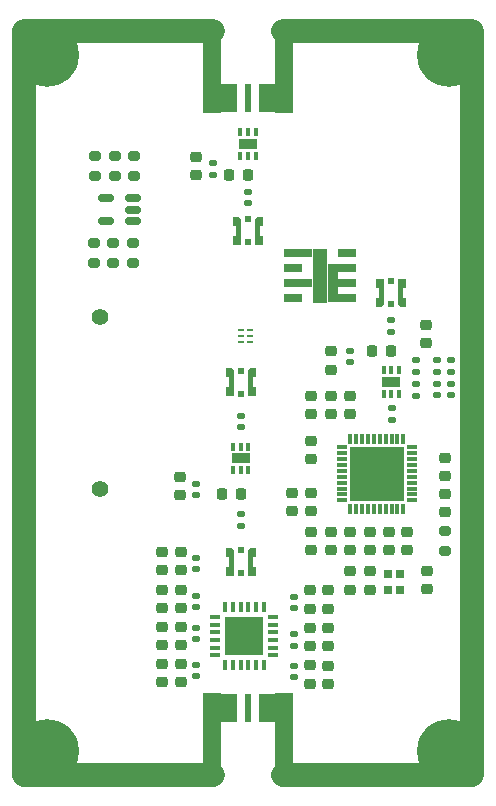
<source format=gts>
%TF.GenerationSoftware,KiCad,Pcbnew,(6.0.1)*%
%TF.CreationDate,2022-04-26T10:15:21+02:00*%
%TF.ProjectId,XCOMMS_RF,58434f4d-4d53-45f5-9246-2e6b69636164,rev?*%
%TF.SameCoordinates,PX7ed6b40PY82a7440*%
%TF.FileFunction,Soldermask,Top*%
%TF.FilePolarity,Negative*%
%FSLAX46Y46*%
G04 Gerber Fmt 4.6, Leading zero omitted, Abs format (unit mm)*
G04 Created by KiCad (PCBNEW (6.0.1)) date 2022-04-26 10:15:21*
%MOMM*%
%LPD*%
G01*
G04 APERTURE LIST*
G04 Aperture macros list*
%AMRoundRect*
0 Rectangle with rounded corners*
0 $1 Rounding radius*
0 $2 $3 $4 $5 $6 $7 $8 $9 X,Y pos of 4 corners*
0 Add a 4 corners polygon primitive as box body*
4,1,4,$2,$3,$4,$5,$6,$7,$8,$9,$2,$3,0*
0 Add four circle primitives for the rounded corners*
1,1,$1+$1,$2,$3*
1,1,$1+$1,$4,$5*
1,1,$1+$1,$6,$7*
1,1,$1+$1,$8,$9*
0 Add four rect primitives between the rounded corners*
20,1,$1+$1,$2,$3,$4,$5,0*
20,1,$1+$1,$4,$5,$6,$7,0*
20,1,$1+$1,$6,$7,$8,$9,0*
20,1,$1+$1,$8,$9,$2,$3,0*%
%AMFreePoly0*
4,1,10,-0.450000,0.185000,0.450000,0.185000,0.450000,0.435000,1.200000,0.435000,1.200000,-0.235000,-1.000000,-0.235000,-1.200000,-0.035000,-1.200000,0.435000,-0.450000,0.435000,-0.450000,0.185000,-0.450000,0.185000,$1*%
%AMFreePoly1*
4,1,10,-0.450000,0.185000,0.450000,0.185000,0.450000,0.435000,1.200000,0.435000,1.200000,-0.035000,1.000000,-0.235000,-1.200000,-0.235000,-1.200000,0.435000,-0.450000,0.435000,-0.450000,0.185000,-0.450000,0.185000,$1*%
G04 Aperture macros list end*
%ADD10C,2.000000*%
%ADD11RoundRect,0.218750X0.218750X0.256250X-0.218750X0.256250X-0.218750X-0.256250X0.218750X-0.256250X0*%
%ADD12RoundRect,0.225000X-0.250000X0.225000X-0.250000X-0.225000X0.250000X-0.225000X0.250000X0.225000X0*%
%ADD13RoundRect,0.225000X0.250000X-0.225000X0.250000X0.225000X-0.250000X0.225000X-0.250000X-0.225000X0*%
%ADD14RoundRect,0.135000X0.185000X-0.135000X0.185000X0.135000X-0.185000X0.135000X-0.185000X-0.135000X0*%
%ADD15R,0.300000X0.700000*%
%ADD16R,1.500000X0.900000*%
%ADD17RoundRect,0.140000X-0.170000X0.140000X-0.170000X-0.140000X0.170000X-0.140000X0.170000X0.140000X0*%
%ADD18R,0.350000X0.850000*%
%ADD19R,0.850000X0.350000*%
%ADD20R,3.250000X3.250000*%
%ADD21R,0.505000X2.470000*%
%ADD22R,1.577500X7.610000*%
%ADD23R,1.562500X7.620000*%
%ADD24R,1.370000X2.470000*%
%ADD25R,1.355000X2.465000*%
%ADD26R,0.550000X0.250000*%
%ADD27RoundRect,0.140000X0.170000X-0.140000X0.170000X0.140000X-0.170000X0.140000X-0.170000X-0.140000X0*%
%ADD28R,0.500000X0.480000*%
%ADD29FreePoly0,270.000000*%
%ADD30FreePoly1,90.000000*%
%ADD31RoundRect,0.200000X-0.275000X0.200000X-0.275000X-0.200000X0.275000X-0.200000X0.275000X0.200000X0*%
%ADD32R,0.700000X0.800000*%
%ADD33RoundRect,0.200000X0.275000X-0.200000X0.275000X0.200000X-0.275000X0.200000X-0.275000X-0.200000X0*%
%ADD34C,5.399999*%
%ADD35R,2.390000X0.760000*%
%ADD36R,1.520000X0.760000*%
%ADD37R,1.270000X4.570000*%
%ADD38R,0.870000X3.300000*%
%ADD39FreePoly1,270.000000*%
%ADD40FreePoly0,90.000000*%
%ADD41R,0.300000X0.900000*%
%ADD42R,0.900000X0.300000*%
%ADD43R,4.600000X4.600000*%
%ADD44RoundRect,0.150000X0.512500X0.150000X-0.512500X0.150000X-0.512500X-0.150000X0.512500X-0.150000X0*%
%ADD45C,1.420000*%
G04 APERTURE END LIST*
D10*
X1000000Y1000000D02*
X1000000Y64000000D01*
X39000000Y1000000D02*
X39000000Y64000000D01*
X39000000Y64000000D02*
X23000000Y64000000D01*
X1000000Y64000000D02*
X17000000Y64000000D01*
X1000000Y1000000D02*
X17000000Y1000000D01*
X39000000Y1000000D02*
X23000000Y1000000D01*
D11*
%TO.C,L3*%
X19987500Y51800000D03*
X18412500Y51800000D03*
%TD*%
D12*
%TO.C,C35*%
X25242000Y13460100D03*
X25242000Y11910100D03*
%TD*%
D13*
%TO.C,C12*%
X12700000Y8844000D03*
X12700000Y10394000D03*
%TD*%
D12*
%TO.C,C25*%
X12700000Y16675000D03*
X12700000Y15125000D03*
%TD*%
D14*
%TO.C,R4*%
X37180000Y35112000D03*
X37180000Y36132000D03*
%TD*%
D15*
%TO.C,U2*%
X20026005Y28800000D03*
X19376005Y28800000D03*
X18726005Y28800000D03*
X18726005Y26800000D03*
X19376005Y26800000D03*
X20026005Y26800000D03*
D16*
X19376005Y27800000D03*
%TD*%
D17*
%TO.C,C2*%
X19400000Y31430000D03*
X19400000Y30470000D03*
%TD*%
%TO.C,C34*%
X23866453Y12900000D03*
X23866453Y11940000D03*
%TD*%
D18*
%TO.C,U3*%
X21317362Y15215101D03*
X20667362Y15215101D03*
X20017362Y15215101D03*
X19367362Y15215101D03*
X18717362Y15215101D03*
X18067362Y15215101D03*
D19*
X17242362Y14390101D03*
X17242362Y13740101D03*
X17242362Y13090101D03*
X17242362Y12440101D03*
X17242362Y11790101D03*
X17242362Y11140101D03*
D18*
X18067362Y10315101D03*
X18717362Y10315101D03*
X19367362Y10315101D03*
X20017362Y10315101D03*
X20667362Y10315101D03*
X21317362Y10315101D03*
D19*
X22142362Y11140101D03*
X22142362Y11790101D03*
X22142362Y12440101D03*
X22142362Y13090101D03*
X22142362Y13740101D03*
X22142362Y14390101D03*
D20*
X19692362Y12765101D03*
%TD*%
D21*
%TO.C,J1*%
X19992500Y6674999D03*
D22*
X23031250Y4104999D03*
D23*
X16961250Y4099999D03*
D24*
X18412500Y6674999D03*
D25*
X21615000Y6677499D03*
%TD*%
D26*
%TO.C,FL1*%
X19400000Y38650000D03*
X19400000Y38150000D03*
X19400000Y37650000D03*
X20200000Y37650000D03*
X20200000Y38150000D03*
X20200000Y38650000D03*
%TD*%
D12*
%TO.C,C28*%
X26766000Y16640098D03*
X26766000Y15090098D03*
%TD*%
D13*
%TO.C,C20*%
X26766000Y8717000D03*
X26766000Y10267000D03*
%TD*%
D12*
%TO.C,C3*%
X14200000Y26255000D03*
X14200000Y24705000D03*
%TD*%
%TO.C,C16*%
X14300000Y19875003D03*
X14300000Y18325003D03*
%TD*%
%TO.C,C27*%
X25242000Y16640098D03*
X25242000Y15090098D03*
%TD*%
D27*
%TO.C,C42*%
X28671000Y35936000D03*
X28671000Y36896000D03*
%TD*%
D28*
%TO.C,TP1*%
X20000001Y46140007D03*
X20000001Y48060007D03*
D29*
X20815001Y47100007D03*
D30*
X19185001Y47100007D03*
%TD*%
D17*
%TO.C,C54*%
X20000000Y50400000D03*
X20000000Y49440000D03*
%TD*%
D12*
%TO.C,C47*%
X36672000Y27875000D03*
X36672000Y26325000D03*
%TD*%
%TO.C,C9*%
X25369000Y33127000D03*
X25369000Y31577000D03*
%TD*%
D17*
%TO.C,C15*%
X15599998Y19380004D03*
X15599998Y18420004D03*
%TD*%
D12*
%TO.C,C13*%
X27020000Y33127000D03*
X27020000Y31577000D03*
%TD*%
D27*
%TO.C,C31*%
X15600000Y12520000D03*
X15600000Y13480000D03*
%TD*%
D13*
%TO.C,C7*%
X27020000Y20020000D03*
X27020000Y21570000D03*
%TD*%
D31*
%TO.C,R10*%
X10383000Y53370000D03*
X10383000Y51720000D03*
%TD*%
%TO.C,R7*%
X8605000Y46004000D03*
X8605000Y44354000D03*
%TD*%
D13*
%TO.C,C6*%
X25369000Y23322000D03*
X25369000Y24872000D03*
%TD*%
D14*
%TO.C,R1*%
X34259000Y35090000D03*
X34259000Y36110000D03*
%TD*%
D17*
%TO.C,C1*%
X19400000Y23080000D03*
X19400000Y22120000D03*
%TD*%
D31*
%TO.C,R2*%
X36672000Y21625000D03*
X36672000Y19975000D03*
%TD*%
D32*
%TO.C,Y1*%
X32865217Y16700001D03*
X32865217Y18000001D03*
X31865216Y18000001D03*
X31865216Y16700001D03*
%TD*%
D13*
%TO.C,C43*%
X33497000Y20025005D03*
X33497000Y21575005D03*
%TD*%
D17*
%TO.C,C53*%
X17000000Y52780000D03*
X17000000Y51820000D03*
%TD*%
D13*
%TO.C,C39*%
X31900000Y20025008D03*
X31900000Y21575008D03*
%TD*%
%TO.C,C32*%
X14300000Y11990098D03*
X14300000Y13540098D03*
%TD*%
D33*
%TO.C,R9*%
X8732000Y51720000D03*
X8732000Y53370000D03*
%TD*%
D13*
%TO.C,C49*%
X28671000Y16700000D03*
X28671000Y18250000D03*
%TD*%
%TO.C,C46*%
X36672000Y23225000D03*
X36672000Y24775000D03*
%TD*%
D34*
%TO.C,SCRW2*%
X3000000Y62000000D03*
%TD*%
D12*
%TO.C,C24*%
X14300000Y16675000D03*
X14300000Y15125000D03*
%TD*%
D13*
%TO.C,C37*%
X30300000Y20025000D03*
X30300000Y21575000D03*
%TD*%
D28*
%TO.C,TP3*%
X19399999Y18090000D03*
X19399999Y20010000D03*
D30*
X18584999Y19050000D03*
D29*
X20214999Y19050000D03*
%TD*%
D31*
%TO.C,R5*%
X7081000Y53370000D03*
X7081000Y51720000D03*
%TD*%
D13*
%TO.C,C11*%
X14299998Y8844000D03*
X14299998Y10394000D03*
%TD*%
D35*
%TO.C,U1*%
X24270000Y45179000D03*
D36*
X23835000Y43909000D03*
D35*
X24270000Y42639000D03*
D36*
X23835000Y41369000D03*
X28365000Y41369000D03*
X28365000Y42639000D03*
X28365000Y43909000D03*
X28365000Y45179000D03*
D37*
X26100000Y43274000D03*
D38*
X27170000Y42639000D03*
%TD*%
D17*
%TO.C,C23*%
X15599998Y16180001D03*
X15599998Y15220001D03*
%TD*%
%TO.C,C4*%
X15600000Y25660000D03*
X15600000Y24700000D03*
%TD*%
D27*
%TO.C,C18*%
X23866453Y9254900D03*
X23866453Y10214900D03*
%TD*%
D13*
%TO.C,C45*%
X35148000Y16725000D03*
X35148000Y18275000D03*
%TD*%
D28*
%TO.C,TP2*%
X19399999Y33289995D03*
X19399999Y35209995D03*
D30*
X18584999Y34249995D03*
D29*
X20214999Y34249995D03*
%TD*%
D13*
%TO.C,C19*%
X25242000Y8725000D03*
X25242000Y10275000D03*
%TD*%
D34*
%TO.C,SCRW4*%
X37000000Y62000000D03*
%TD*%
D12*
%TO.C,C38*%
X35100000Y39096000D03*
X35100000Y37546000D03*
%TD*%
%TO.C,C8*%
X25369000Y29317000D03*
X25369000Y27767000D03*
%TD*%
D15*
%TO.C,U5*%
X31495988Y33250005D03*
X32145988Y33250005D03*
X32795988Y33250005D03*
X32795988Y35250005D03*
X32145988Y35250005D03*
X31495988Y35250005D03*
D16*
X32145988Y34250005D03*
%TD*%
D34*
%TO.C,SCRW1*%
X3000000Y3000000D03*
%TD*%
D27*
%TO.C,C10*%
X15599998Y9338999D03*
X15599998Y10298999D03*
%TD*%
D28*
%TO.C,TP4*%
X32100012Y42786993D03*
X32100012Y40866993D03*
D39*
X32915012Y41826993D03*
D40*
X31285012Y41826993D03*
%TD*%
D12*
%TO.C,C52*%
X15600000Y53320000D03*
X15600000Y51770000D03*
%TD*%
D17*
%TO.C,C30*%
X34259000Y34079005D03*
X34259000Y33119005D03*
%TD*%
D13*
%TO.C,C5*%
X25369000Y20020000D03*
X25369000Y21570000D03*
%TD*%
D17*
%TO.C,C44*%
X35980000Y34102000D03*
X35980000Y33142000D03*
%TD*%
D11*
%TO.C,L1*%
X19387500Y24750000D03*
X17812500Y24750000D03*
%TD*%
D34*
%TO.C,SCRW3*%
X37000000Y3000000D03*
%TD*%
D41*
%TO.C,U4*%
X28649989Y23549998D03*
X29149989Y23549998D03*
X29649989Y23549998D03*
X30149989Y23549998D03*
X30649989Y23549998D03*
X31149989Y23549998D03*
X31649989Y23549998D03*
X32149989Y23549998D03*
X32649989Y23549998D03*
X33149989Y23549998D03*
D42*
X33849989Y24249998D03*
X33849989Y24749998D03*
X33849989Y25249998D03*
X33849989Y25749998D03*
X33849989Y26249998D03*
X33849989Y26749998D03*
X33849989Y27249998D03*
X33849989Y27749998D03*
X33849989Y28249998D03*
X33849989Y28749998D03*
D41*
X33149989Y29449998D03*
X32649989Y29449998D03*
X32149989Y29449998D03*
X31649989Y29449998D03*
X31149989Y29449998D03*
X30649989Y29449998D03*
X30149989Y29449998D03*
X29649989Y29449998D03*
X29149989Y29449998D03*
X28649989Y29449998D03*
D42*
X27949989Y28749998D03*
X27949989Y28249998D03*
X27949989Y27749998D03*
X27949989Y27249998D03*
X27949989Y26749998D03*
X27949989Y26249998D03*
X27949989Y25749998D03*
X27949989Y25249998D03*
X27949989Y24749998D03*
X27949989Y24249998D03*
D43*
X30899989Y26499998D03*
%TD*%
D17*
%TO.C,C48*%
X37180000Y34102000D03*
X37180000Y33142000D03*
%TD*%
D13*
%TO.C,C40*%
X23718000Y23322000D03*
X23718000Y24872000D03*
%TD*%
D12*
%TO.C,C51*%
X30300004Y18249995D03*
X30300004Y16699995D03*
%TD*%
D13*
%TO.C,C33*%
X12700004Y11990098D03*
X12700004Y13540098D03*
%TD*%
D27*
%TO.C,C29*%
X32150002Y31095805D03*
X32150002Y32055805D03*
%TD*%
D31*
%TO.C,R6*%
X6954000Y46004000D03*
X6954000Y44354000D03*
%TD*%
D15*
%TO.C,U8*%
X20650001Y55399993D03*
X20000001Y55399993D03*
X19350001Y55399993D03*
X19350001Y53399993D03*
X20000001Y53399993D03*
X20650001Y53399993D03*
D16*
X20000001Y54399993D03*
%TD*%
D33*
%TO.C,R8*%
X10256000Y44354000D03*
X10256000Y46004000D03*
%TD*%
D12*
%TO.C,C17*%
X12700000Y19875003D03*
X12700000Y18325003D03*
%TD*%
D21*
%TO.C,J2*%
X20007501Y58325005D03*
D25*
X18385001Y58322505D03*
D23*
X23038751Y60900005D03*
D22*
X16968751Y60895005D03*
D24*
X21587501Y58325005D03*
%TD*%
D13*
%TO.C,C21*%
X28671000Y20020000D03*
X28671000Y21570000D03*
%TD*%
D14*
%TO.C,R3*%
X35980000Y35112000D03*
X35980000Y36132000D03*
%TD*%
D13*
%TO.C,C41*%
X27020000Y35325000D03*
X27020000Y36875000D03*
%TD*%
D12*
%TO.C,C14*%
X28671000Y33127000D03*
X28671000Y31577000D03*
%TD*%
D11*
%TO.C,L2*%
X32087500Y36900000D03*
X30512500Y36900000D03*
%TD*%
D27*
%TO.C,C22*%
X32097995Y38547000D03*
X32097995Y39507000D03*
%TD*%
D12*
%TO.C,C36*%
X26766000Y13460100D03*
X26766000Y11910100D03*
%TD*%
D44*
%TO.C,U6*%
X10250500Y47912000D03*
X10250500Y48862000D03*
X10250500Y49812000D03*
X7975500Y49812000D03*
X7975500Y47912000D03*
%TD*%
D17*
%TO.C,C26*%
X23866453Y16079998D03*
X23866453Y15119998D03*
%TD*%
D45*
%TO.C,J3*%
X7500000Y39805011D03*
X7500000Y25195011D03*
%TD*%
M02*

</source>
